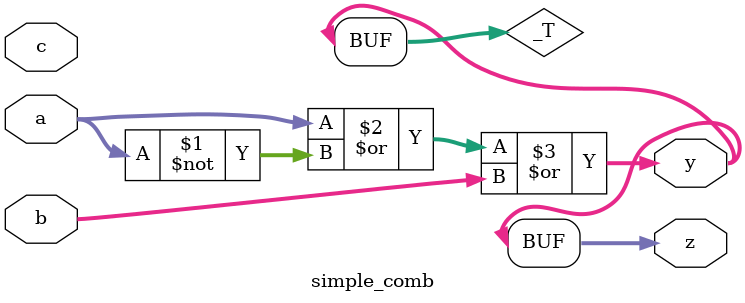
<source format=v>
module simple_comb(
  input  [15:0] a, b, c,
  output [15:0] y, z);

  wire [15:0] _T = a | ~a | b;	// <stdin>:4:10, :5:10
  assign y = _T;	// <stdin>:6:5
  assign z = _T;	// <stdin>:6:5
endmodule


</source>
